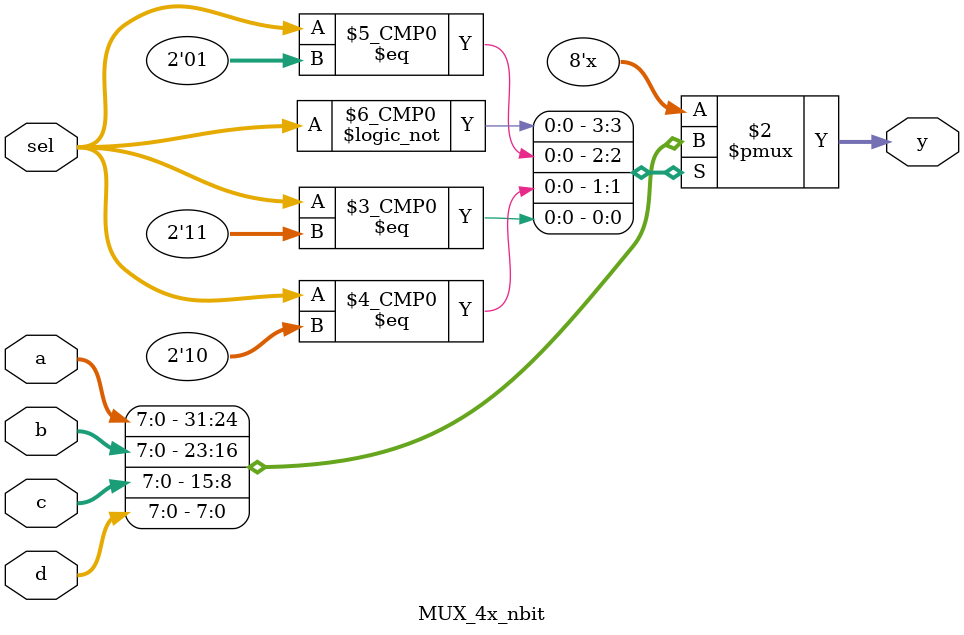
<source format=v>
module MUX_4x_nbit 
  #(parameter N = 8)
  (
   input [N-1:0] a,
   input [N-1:0] b,
   input [N-1:0] c,
   input [N-1:0] d,
   input [1:0] sel,
   output reg [N-1:0] y
   );
   
   always @(*) begin
      case (sel)
	   2'd0 : y = a;
	   2'd1 : y = b;
	   2'd2 : y = c;
	   2'd3 : y = d;
	   default : y = a;
	endcase
    end
endmodule
	   
   

</source>
